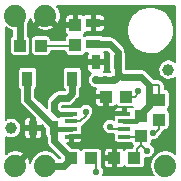
<source format=gbr>
G04 #@! TF.FileFunction,Copper,L1,Top,Signal*
%FSLAX46Y46*%
G04 Gerber Fmt 4.6, Leading zero omitted, Abs format (unit mm)*
G04 Created by KiCad (PCBNEW 4.0.6) date 07/21/17 14:00:03*
%MOMM*%
%LPD*%
G01*
G04 APERTURE LIST*
%ADD10C,0.100000*%
%ADD11R,1.198880X0.797560*%
%ADD12R,1.099820X0.398780*%
%ADD13R,0.797560X1.198880*%
%ADD14R,0.998220X0.998220*%
%ADD15C,0.998220*%
%ADD16R,0.899160X1.297940*%
%ADD17R,1.099820X0.998220*%
%ADD18R,0.998220X1.099820*%
%ADD19C,1.879600*%
%ADD20C,0.711200*%
%ADD21C,0.558800*%
%ADD22C,0.203200*%
%ADD23C,0.609600*%
%ADD24C,0.406400*%
G04 APERTURE END LIST*
D10*
D11*
X71374000Y-74813160D03*
X71374000Y-73014840D03*
D12*
X69507100Y-80688180D03*
X69507100Y-81338420D03*
X69507100Y-81983580D03*
X69507100Y-82633820D03*
X74002900Y-82633820D03*
X74002900Y-81983580D03*
X74002900Y-81338420D03*
X74002900Y-80688180D03*
D13*
X68072000Y-81915000D03*
X66273680Y-81915000D03*
X73416160Y-76327000D03*
X71617840Y-76327000D03*
D14*
X65163700Y-74930000D03*
X66916300Y-74930000D03*
D15*
X77724000Y-76962000D03*
X64389000Y-81915000D03*
D16*
X65791080Y-77724000D03*
X69590920Y-77724000D03*
D17*
X69509640Y-84455000D03*
X71206360Y-84455000D03*
X74127360Y-79248000D03*
X72430640Y-79248000D03*
D18*
X75438000Y-82595720D03*
X75438000Y-80899000D03*
D17*
X73152000Y-84455000D03*
X74848720Y-84455000D03*
D18*
X76962000Y-81198720D03*
X76962000Y-79502000D03*
X69850000Y-73192640D03*
X69850000Y-74889360D03*
D19*
X64770000Y-85090000D03*
X67310000Y-85090000D03*
X77470000Y-85090000D03*
X67310000Y-72390000D03*
X64770000Y-72390000D03*
D20*
X72110592Y-80772000D03*
X66802000Y-78867000D03*
X70485000Y-76073000D03*
X77851000Y-78105000D03*
X72136000Y-83058000D03*
X70993000Y-79375000D03*
X68199000Y-77470000D03*
X64262000Y-80264000D03*
X64389000Y-76200000D03*
X72771000Y-73533000D03*
X72771000Y-72009000D03*
D21*
X76454006Y-82296000D03*
D20*
X71628008Y-77851000D03*
X72389997Y-77850997D03*
X73152000Y-77851000D03*
D21*
X71628000Y-85598000D03*
X70739000Y-80518000D03*
X75946000Y-83820000D03*
X75184000Y-78740000D03*
X72771000Y-81787992D03*
D22*
X66916300Y-74930000D02*
X69809360Y-74930000D01*
X69809360Y-74930000D02*
X69850000Y-74889360D01*
X76617830Y-82296000D02*
X76454006Y-82296000D01*
X76962000Y-81198720D02*
X76962000Y-81951830D01*
X76962000Y-81951830D02*
X76617830Y-82296000D01*
D23*
X73416160Y-76327000D02*
X73416160Y-77226160D01*
X73787000Y-77597000D02*
X75438000Y-77597000D01*
X75438000Y-77597000D02*
X76073000Y-78232000D01*
X73416160Y-77226160D02*
X73787000Y-77597000D01*
X76073000Y-78232000D02*
X76073000Y-80010000D01*
D22*
X76962000Y-78359000D02*
X76835000Y-78232000D01*
X76835000Y-78232000D02*
X76073000Y-78232000D01*
X76962000Y-79502000D02*
X76962000Y-78359000D01*
D23*
X76073000Y-80010000D02*
X75438000Y-80645000D01*
X75438000Y-80645000D02*
X75438000Y-80899000D01*
X65163700Y-74930000D02*
X65163700Y-72783700D01*
X65163700Y-72783700D02*
X64770000Y-72390000D01*
X71628011Y-77850997D02*
X71628008Y-77851000D01*
X72389997Y-77850997D02*
X71628011Y-77850997D01*
X73152000Y-77851000D02*
X72390000Y-77851000D01*
X72390000Y-77851000D02*
X72389997Y-77850997D01*
X73416160Y-77586840D02*
X73152000Y-77851000D01*
X73416160Y-76327000D02*
X73416160Y-77586840D01*
X71374000Y-74813160D02*
X72781160Y-74813160D01*
X72781160Y-74813160D02*
X73416160Y-75448160D01*
X73416160Y-75448160D02*
X73416160Y-76327000D01*
X76835000Y-79502000D02*
X76962000Y-79502000D01*
D24*
X74002900Y-81338420D02*
X74998580Y-81338420D01*
D23*
X65791080Y-77724000D02*
X65791080Y-79519778D01*
X65791080Y-79519778D02*
X68059302Y-81788000D01*
X68059302Y-81788000D02*
X68072000Y-81788000D01*
X68072000Y-81788000D02*
X68072000Y-81915000D01*
D24*
X69507100Y-81983580D02*
X68140580Y-81983580D01*
X68140580Y-81983580D02*
X68072000Y-81915000D01*
D23*
X68072000Y-81915000D02*
X68072000Y-83017360D01*
X68072000Y-83017360D02*
X69509640Y-84455000D01*
X67310000Y-85090000D02*
X68874640Y-85090000D01*
X68874640Y-85090000D02*
X69509640Y-84455000D01*
D22*
X71628000Y-84876640D02*
X71206360Y-84455000D01*
X71628000Y-85598000D02*
X71628000Y-84876640D01*
X69507100Y-81338420D02*
X70260210Y-81338420D01*
X70260210Y-81338420D02*
X70739000Y-80859630D01*
X70739000Y-80859630D02*
X70739000Y-80518000D01*
X74848720Y-84455000D02*
X75057000Y-84246720D01*
X75057000Y-84246720D02*
X75057000Y-83693000D01*
X75057000Y-83693000D02*
X75438000Y-83312000D01*
X75438000Y-83312000D02*
X75438000Y-82595720D01*
X75438000Y-83348830D02*
X75909170Y-83820000D01*
X75909170Y-83820000D02*
X75946000Y-83820000D01*
X75438000Y-82595720D02*
X75438000Y-83348830D01*
X74002900Y-82633820D02*
X75399900Y-82633820D01*
X75399900Y-82633820D02*
X75438000Y-82595720D01*
D23*
X68072000Y-79756000D02*
X68072000Y-80391000D01*
X68072000Y-80391000D02*
X68369180Y-80688180D01*
D24*
X68369180Y-80688180D02*
X69507100Y-80688180D01*
D23*
X68453000Y-79375000D02*
X68072000Y-79756000D01*
X69198490Y-79375000D02*
X68453000Y-79375000D01*
X69590920Y-77724000D02*
X69590920Y-78982570D01*
X69590920Y-78982570D02*
X69198490Y-79375000D01*
D22*
X74127360Y-79248000D02*
X74880470Y-79248000D01*
X74880470Y-79248000D02*
X75184000Y-78944470D01*
X75184000Y-78944470D02*
X75184000Y-78740000D01*
X72966588Y-81983580D02*
X72771000Y-81787992D01*
X74002900Y-81983580D02*
X72966588Y-81983580D01*
G36*
X78309400Y-76338465D02*
X78271449Y-76300248D01*
X78132488Y-76206517D01*
X77977968Y-76141563D01*
X77813774Y-76107859D01*
X77646161Y-76106689D01*
X77481512Y-76138097D01*
X77326100Y-76200888D01*
X77185844Y-76292669D01*
X77066086Y-76409944D01*
X76971388Y-76548248D01*
X76905356Y-76702311D01*
X76870506Y-76866265D01*
X76868166Y-77033866D01*
X76898424Y-77198730D01*
X76960128Y-77354577D01*
X77050928Y-77495470D01*
X77167365Y-77616044D01*
X77305004Y-77711706D01*
X77458602Y-77778811D01*
X77622309Y-77814804D01*
X77789890Y-77818315D01*
X77954961Y-77789208D01*
X78111234Y-77728594D01*
X78252758Y-77638780D01*
X78309400Y-77584841D01*
X78309400Y-84096802D01*
X78299714Y-84087048D01*
X78089105Y-83944990D01*
X77854914Y-83846545D01*
X77606061Y-83795463D01*
X77352026Y-83793689D01*
X77102485Y-83841292D01*
X76866942Y-83936457D01*
X76654370Y-84075561D01*
X76472864Y-84253304D01*
X76329340Y-84462917D01*
X76229262Y-84696415D01*
X76176444Y-84944904D01*
X76172897Y-85198921D01*
X76218756Y-85448788D01*
X76312275Y-85684990D01*
X76449891Y-85898528D01*
X76479704Y-85929400D01*
X72171351Y-85929400D01*
X72182800Y-85913170D01*
X72233451Y-85799407D01*
X72261041Y-85677972D01*
X72263027Y-85535735D01*
X72238839Y-85413577D01*
X72191384Y-85298443D01*
X72122470Y-85194720D01*
X72085200Y-85157189D01*
X72085200Y-85085255D01*
X72099443Y-85053657D01*
X72113590Y-84954110D01*
X72113590Y-84696300D01*
X72246490Y-84696300D01*
X72246490Y-84989133D01*
X72260155Y-85057834D01*
X72286961Y-85122549D01*
X72325877Y-85180791D01*
X72375408Y-85230322D01*
X72433650Y-85269238D01*
X72498365Y-85296044D01*
X72567066Y-85309710D01*
X72910700Y-85309710D01*
X72999600Y-85220810D01*
X72999600Y-84607400D01*
X72335390Y-84607400D01*
X72246490Y-84696300D01*
X72113590Y-84696300D01*
X72113590Y-83955890D01*
X72110797Y-83920867D01*
X72246490Y-83920867D01*
X72246490Y-84213700D01*
X72335390Y-84302600D01*
X72999600Y-84302600D01*
X72999600Y-83689190D01*
X72910700Y-83600290D01*
X72567066Y-83600290D01*
X72498365Y-83613956D01*
X72433650Y-83640762D01*
X72375408Y-83679678D01*
X72325877Y-83729209D01*
X72286961Y-83787451D01*
X72260155Y-83852166D01*
X72246490Y-83920867D01*
X72110797Y-83920867D01*
X72109074Y-83899262D01*
X72079330Y-83803215D01*
X72024006Y-83719257D01*
X71947482Y-83654036D01*
X71855817Y-83612717D01*
X71756270Y-83598570D01*
X70656450Y-83598570D01*
X70599822Y-83603086D01*
X70503775Y-83632830D01*
X70419817Y-83688154D01*
X70356074Y-83762944D01*
X70327286Y-83719257D01*
X70250762Y-83654036D01*
X70159097Y-83612717D01*
X70059550Y-83598570D01*
X69587156Y-83598570D01*
X69177396Y-83188810D01*
X69265800Y-83188810D01*
X69354700Y-83099910D01*
X69354700Y-82733515D01*
X69659500Y-82733515D01*
X69659500Y-83099910D01*
X69748400Y-83188810D01*
X70092033Y-83188810D01*
X70160734Y-83175145D01*
X70225449Y-83148339D01*
X70283691Y-83109423D01*
X70333222Y-83059892D01*
X70372138Y-83001650D01*
X70398944Y-82936935D01*
X70412610Y-82868234D01*
X70412610Y-82822415D01*
X70323710Y-82733515D01*
X69659500Y-82733515D01*
X69354700Y-82733515D01*
X69334700Y-82733515D01*
X69334700Y-82542380D01*
X69507100Y-82542380D01*
X69528416Y-82540290D01*
X70057010Y-82540290D01*
X70113638Y-82535774D01*
X70118963Y-82534125D01*
X70323710Y-82534125D01*
X70412610Y-82445225D01*
X70412610Y-82399406D01*
X70398944Y-82330705D01*
X70389136Y-82307025D01*
X70400183Y-82282517D01*
X70414330Y-82182970D01*
X70414330Y-81784190D01*
X70413027Y-81767855D01*
X70430000Y-81762924D01*
X70432139Y-81761815D01*
X70434435Y-81761122D01*
X70471706Y-81741305D01*
X70509219Y-81721860D01*
X70511095Y-81720362D01*
X70513221Y-81719232D01*
X70545994Y-81692503D01*
X70578953Y-81666192D01*
X70582295Y-81662897D01*
X70582369Y-81662836D01*
X70582426Y-81662767D01*
X70583499Y-81661709D01*
X71062289Y-81182919D01*
X71089091Y-81150291D01*
X71116242Y-81117933D01*
X71117400Y-81115827D01*
X71118926Y-81113969D01*
X71138870Y-81076774D01*
X71159229Y-81039740D01*
X71159957Y-81037445D01*
X71161091Y-81035330D01*
X71173429Y-80994974D01*
X71179690Y-80975236D01*
X71222017Y-80934929D01*
X71293800Y-80833170D01*
X71344451Y-80719407D01*
X71372041Y-80597972D01*
X71374027Y-80455735D01*
X71373638Y-80453766D01*
X73097390Y-80453766D01*
X73097390Y-80499585D01*
X73186290Y-80588485D01*
X73850500Y-80588485D01*
X73850500Y-80222090D01*
X73761600Y-80133190D01*
X73417967Y-80133190D01*
X73349266Y-80146855D01*
X73284551Y-80173661D01*
X73226309Y-80212577D01*
X73176778Y-80262108D01*
X73137862Y-80320350D01*
X73111056Y-80385065D01*
X73097390Y-80453766D01*
X71373638Y-80453766D01*
X71349839Y-80333577D01*
X71302384Y-80218443D01*
X71233470Y-80114720D01*
X71145722Y-80026357D01*
X71042482Y-79956721D01*
X70927683Y-79908464D01*
X70805697Y-79883423D01*
X70681170Y-79882554D01*
X70558846Y-79905889D01*
X70443384Y-79952538D01*
X70339182Y-80020726D01*
X70250208Y-80107855D01*
X70208362Y-80168969D01*
X70156557Y-80145617D01*
X70057010Y-80131470D01*
X69533053Y-80131470D01*
X69514902Y-80129434D01*
X69507100Y-80129380D01*
X68744326Y-80129380D01*
X68732400Y-80117454D01*
X68732400Y-80035400D01*
X69198490Y-80035400D01*
X69259224Y-80029445D01*
X69319972Y-80024130D01*
X69323304Y-80023162D01*
X69326762Y-80022823D01*
X69385166Y-80005190D01*
X69443742Y-79988172D01*
X69446827Y-79986573D01*
X69450149Y-79985570D01*
X69503986Y-79956945D01*
X69558170Y-79928858D01*
X69560885Y-79926691D01*
X69563950Y-79925061D01*
X69611208Y-79886518D01*
X69658898Y-79848448D01*
X69663728Y-79843684D01*
X69663830Y-79843601D01*
X69663908Y-79843507D01*
X69665463Y-79841973D01*
X70018136Y-79489300D01*
X71525130Y-79489300D01*
X71525130Y-79782133D01*
X71538795Y-79850834D01*
X71565601Y-79915549D01*
X71604517Y-79973791D01*
X71654048Y-80023322D01*
X71712290Y-80062238D01*
X71777005Y-80089044D01*
X71845706Y-80102710D01*
X72189340Y-80102710D01*
X72278240Y-80013810D01*
X72278240Y-79400400D01*
X71614030Y-79400400D01*
X71525130Y-79489300D01*
X70018136Y-79489300D01*
X70057893Y-79449543D01*
X70096594Y-79402428D01*
X70135825Y-79355674D01*
X70137497Y-79352632D01*
X70139702Y-79349948D01*
X70168527Y-79296190D01*
X70197917Y-79242729D01*
X70198967Y-79239418D01*
X70200608Y-79236358D01*
X70218431Y-79178061D01*
X70236889Y-79119875D01*
X70237277Y-79116420D01*
X70238291Y-79113102D01*
X70244452Y-79052453D01*
X70251256Y-78991791D01*
X70251303Y-78985003D01*
X70251316Y-78984876D01*
X70251305Y-78984758D01*
X70251320Y-78982570D01*
X70251320Y-78657715D01*
X70277133Y-78640706D01*
X70342354Y-78564182D01*
X70383673Y-78472517D01*
X70397820Y-78372970D01*
X70397820Y-77075030D01*
X70393304Y-77018402D01*
X70363560Y-76922355D01*
X70308236Y-76838397D01*
X70231712Y-76773176D01*
X70140047Y-76731857D01*
X70040500Y-76717710D01*
X69141340Y-76717710D01*
X69084712Y-76722226D01*
X68988665Y-76751970D01*
X68904707Y-76807294D01*
X68839486Y-76883818D01*
X68798167Y-76975483D01*
X68784020Y-77075030D01*
X68784020Y-78372970D01*
X68788536Y-78429598D01*
X68818280Y-78525645D01*
X68873604Y-78609603D01*
X68930520Y-78658112D01*
X68930520Y-78709024D01*
X68924944Y-78714600D01*
X68453000Y-78714600D01*
X68392269Y-78720555D01*
X68331518Y-78725870D01*
X68328186Y-78726838D01*
X68324728Y-78727177D01*
X68266324Y-78744810D01*
X68207748Y-78761828D01*
X68204663Y-78763427D01*
X68201341Y-78764430D01*
X68147504Y-78793055D01*
X68093320Y-78821142D01*
X68090605Y-78823309D01*
X68087540Y-78824939D01*
X68040282Y-78863482D01*
X67992592Y-78901552D01*
X67987758Y-78906319D01*
X67987660Y-78906399D01*
X67987585Y-78906489D01*
X67986026Y-78908027D01*
X67605027Y-79289027D01*
X67566326Y-79336142D01*
X67527095Y-79382896D01*
X67525423Y-79385938D01*
X67523218Y-79388622D01*
X67494393Y-79442380D01*
X67465003Y-79495841D01*
X67463953Y-79499152D01*
X67462312Y-79502212D01*
X67444485Y-79560521D01*
X67426031Y-79618695D01*
X67425644Y-79622148D01*
X67424629Y-79625467D01*
X67418468Y-79686122D01*
X67411664Y-79746779D01*
X67411617Y-79753567D01*
X67411604Y-79753694D01*
X67411615Y-79753812D01*
X67411600Y-79756000D01*
X67411600Y-80206351D01*
X66451480Y-79246232D01*
X66451480Y-78657715D01*
X66477293Y-78640706D01*
X66542514Y-78564182D01*
X66583833Y-78472517D01*
X66597980Y-78372970D01*
X66597980Y-77075030D01*
X66593464Y-77018402D01*
X66563720Y-76922355D01*
X66508396Y-76838397D01*
X66431872Y-76773176D01*
X66340207Y-76731857D01*
X66240660Y-76717710D01*
X65341500Y-76717710D01*
X65284872Y-76722226D01*
X65188825Y-76751970D01*
X65104867Y-76807294D01*
X65039646Y-76883818D01*
X64998327Y-76975483D01*
X64984180Y-77075030D01*
X64984180Y-78372970D01*
X64988696Y-78429598D01*
X65018440Y-78525645D01*
X65073764Y-78609603D01*
X65130680Y-78658112D01*
X65130680Y-79519778D01*
X65136635Y-79580512D01*
X65141950Y-79641260D01*
X65142918Y-79644592D01*
X65143257Y-79648050D01*
X65160890Y-79706454D01*
X65177908Y-79765030D01*
X65179507Y-79768115D01*
X65180510Y-79771437D01*
X65209135Y-79825274D01*
X65237222Y-79879458D01*
X65239389Y-79882173D01*
X65241019Y-79885238D01*
X65279562Y-79932496D01*
X65317632Y-79980186D01*
X65322396Y-79985016D01*
X65322479Y-79985118D01*
X65322573Y-79985196D01*
X65324107Y-79986751D01*
X66426080Y-81088724D01*
X66426080Y-81762600D01*
X66939160Y-81762600D01*
X67019558Y-81682202D01*
X67315900Y-81978545D01*
X67315900Y-82514440D01*
X67320416Y-82571068D01*
X67350160Y-82667115D01*
X67405484Y-82751073D01*
X67411600Y-82756286D01*
X67411600Y-83017360D01*
X67417555Y-83078094D01*
X67422870Y-83138842D01*
X67423838Y-83142174D01*
X67424177Y-83145632D01*
X67441810Y-83204036D01*
X67458828Y-83262612D01*
X67460427Y-83265697D01*
X67461430Y-83269019D01*
X67490055Y-83322856D01*
X67518142Y-83377040D01*
X67520309Y-83379755D01*
X67521939Y-83382820D01*
X67560482Y-83430078D01*
X67598552Y-83477768D01*
X67603316Y-83482598D01*
X67603399Y-83482700D01*
X67603493Y-83482778D01*
X67605027Y-83484333D01*
X68550294Y-84429600D01*
X68426547Y-84429600D01*
X68318720Y-84267308D01*
X68139714Y-84087048D01*
X67929105Y-83944990D01*
X67694914Y-83846545D01*
X67446061Y-83795463D01*
X67192026Y-83793689D01*
X66942485Y-83841292D01*
X66706942Y-83936457D01*
X66494370Y-84075561D01*
X66312864Y-84253304D01*
X66169340Y-84462917D01*
X66069262Y-84696415D01*
X66040112Y-84833553D01*
X66022961Y-84737251D01*
X65930067Y-84499589D01*
X65905408Y-84453455D01*
X65728521Y-84347005D01*
X64985526Y-85090000D01*
X64999669Y-85104143D01*
X64784143Y-85319669D01*
X64770000Y-85305526D01*
X64755858Y-85319669D01*
X64540332Y-85104143D01*
X64554474Y-85090000D01*
X64540332Y-85075858D01*
X64755858Y-84860332D01*
X64770000Y-84874474D01*
X65512995Y-84131479D01*
X65406545Y-83954592D01*
X65172808Y-83852225D01*
X64923590Y-83797425D01*
X64668470Y-83792297D01*
X64417251Y-83837039D01*
X64179589Y-83929933D01*
X64133455Y-83954592D01*
X64027006Y-84131477D01*
X63957694Y-84062165D01*
X63930600Y-84089259D01*
X63930600Y-82637319D01*
X63970004Y-82664706D01*
X64123602Y-82731811D01*
X64287309Y-82767804D01*
X64454890Y-82771315D01*
X64619961Y-82742208D01*
X64776234Y-82681594D01*
X64917758Y-82591780D01*
X65039142Y-82476188D01*
X65135762Y-82339220D01*
X65203938Y-82186094D01*
X65210707Y-82156300D01*
X65519300Y-82156300D01*
X65519300Y-82549463D01*
X65532965Y-82618164D01*
X65559771Y-82682879D01*
X65598687Y-82741121D01*
X65648218Y-82790652D01*
X65706460Y-82829568D01*
X65771175Y-82856374D01*
X65839876Y-82870040D01*
X66032380Y-82870040D01*
X66121280Y-82781140D01*
X66121280Y-82067400D01*
X66426080Y-82067400D01*
X66426080Y-82781140D01*
X66514980Y-82870040D01*
X66707484Y-82870040D01*
X66776185Y-82856374D01*
X66840900Y-82829568D01*
X66899142Y-82790652D01*
X66948673Y-82741121D01*
X66987589Y-82682879D01*
X67014395Y-82618164D01*
X67028060Y-82549463D01*
X67028060Y-82156300D01*
X66939160Y-82067400D01*
X66426080Y-82067400D01*
X66121280Y-82067400D01*
X65608200Y-82067400D01*
X65519300Y-82156300D01*
X65210707Y-82156300D01*
X65241074Y-82022642D01*
X65243747Y-81831191D01*
X65211190Y-81666766D01*
X65147316Y-81511796D01*
X65054558Y-81372184D01*
X64963549Y-81280537D01*
X65519300Y-81280537D01*
X65519300Y-81673700D01*
X65608200Y-81762600D01*
X66121280Y-81762600D01*
X66121280Y-81048860D01*
X66032380Y-80959960D01*
X65839876Y-80959960D01*
X65771175Y-80973626D01*
X65706460Y-81000432D01*
X65648218Y-81039348D01*
X65598687Y-81088879D01*
X65559771Y-81147121D01*
X65532965Y-81211836D01*
X65519300Y-81280537D01*
X64963549Y-81280537D01*
X64936449Y-81253248D01*
X64797488Y-81159517D01*
X64642968Y-81094563D01*
X64478774Y-81060859D01*
X64311161Y-81059689D01*
X64146512Y-81091097D01*
X63991100Y-81153888D01*
X63930600Y-81193478D01*
X63930600Y-73384215D01*
X64134969Y-73526255D01*
X64367762Y-73627960D01*
X64503300Y-73657760D01*
X64503300Y-74113507D01*
X64427957Y-74163154D01*
X64362736Y-74239678D01*
X64321417Y-74331343D01*
X64307270Y-74430890D01*
X64307270Y-75429110D01*
X64311786Y-75485738D01*
X64341530Y-75581785D01*
X64396854Y-75665743D01*
X64473378Y-75730964D01*
X64565043Y-75772283D01*
X64664590Y-75786430D01*
X65662810Y-75786430D01*
X65719438Y-75781914D01*
X65815485Y-75752170D01*
X65899443Y-75696846D01*
X65964664Y-75620322D01*
X66005983Y-75528657D01*
X66020130Y-75429110D01*
X66020130Y-74430890D01*
X66059870Y-74430890D01*
X66059870Y-75429110D01*
X66064386Y-75485738D01*
X66094130Y-75581785D01*
X66149454Y-75665743D01*
X66225978Y-75730964D01*
X66317643Y-75772283D01*
X66417190Y-75786430D01*
X67415410Y-75786430D01*
X67472038Y-75781914D01*
X67568085Y-75752170D01*
X67652043Y-75696846D01*
X67717264Y-75620322D01*
X67758583Y-75528657D01*
X67772730Y-75429110D01*
X67772730Y-75387200D01*
X68993570Y-75387200D01*
X68993570Y-75439270D01*
X68998086Y-75495898D01*
X69027830Y-75591945D01*
X69083154Y-75675903D01*
X69159678Y-75741124D01*
X69251343Y-75782443D01*
X69350890Y-75796590D01*
X70349110Y-75796590D01*
X70405738Y-75792074D01*
X70501785Y-75762330D01*
X70585743Y-75707006D01*
X70650964Y-75630482D01*
X70684340Y-75556438D01*
X70774560Y-75569260D01*
X70899731Y-75569260D01*
X70877125Y-75623836D01*
X70863460Y-75692537D01*
X70863460Y-76085700D01*
X70952360Y-76174600D01*
X71465440Y-76174600D01*
X71465440Y-76154600D01*
X71770240Y-76154600D01*
X71770240Y-76174600D01*
X72283320Y-76174600D01*
X72372220Y-76085700D01*
X72372220Y-75692537D01*
X72358555Y-75623836D01*
X72331749Y-75559121D01*
X72292833Y-75500879D01*
X72265514Y-75473560D01*
X72507614Y-75473560D01*
X72672696Y-75638643D01*
X72660060Y-75727560D01*
X72660060Y-76926440D01*
X72664576Y-76983068D01*
X72694320Y-77079115D01*
X72749644Y-77163073D01*
X72755760Y-77168286D01*
X72755760Y-77190600D01*
X72654334Y-77190600D01*
X72601322Y-77168316D01*
X72464697Y-77140271D01*
X72325227Y-77139297D01*
X72298687Y-77144360D01*
X72331749Y-77094879D01*
X72358555Y-77030164D01*
X72372220Y-76961463D01*
X72372220Y-76568300D01*
X72283320Y-76479400D01*
X71770240Y-76479400D01*
X71770240Y-76499400D01*
X71465440Y-76499400D01*
X71465440Y-76479400D01*
X70952360Y-76479400D01*
X70863460Y-76568300D01*
X70863460Y-76961463D01*
X70877125Y-77030164D01*
X70903931Y-77094879D01*
X70942847Y-77153121D01*
X70992378Y-77202652D01*
X71050620Y-77241568D01*
X71115335Y-77268374D01*
X71184036Y-77282040D01*
X71198569Y-77282040D01*
X71180211Y-77294053D01*
X71080561Y-77391638D01*
X71001763Y-77506719D01*
X70946819Y-77634914D01*
X70917821Y-77771340D01*
X70915873Y-77910800D01*
X70941051Y-78047982D01*
X70992395Y-78177661D01*
X71067949Y-78294898D01*
X71164835Y-78395226D01*
X71279363Y-78474826D01*
X71407172Y-78530664D01*
X71543392Y-78560614D01*
X71578366Y-78561347D01*
X71565601Y-78580451D01*
X71538795Y-78645166D01*
X71525130Y-78713867D01*
X71525130Y-79006700D01*
X71614030Y-79095600D01*
X72278240Y-79095600D01*
X72278240Y-79075600D01*
X72583040Y-79075600D01*
X72583040Y-79095600D01*
X72603040Y-79095600D01*
X72603040Y-79400400D01*
X72583040Y-79400400D01*
X72583040Y-80013810D01*
X72671940Y-80102710D01*
X73015574Y-80102710D01*
X73084275Y-80089044D01*
X73148990Y-80062238D01*
X73207232Y-80023322D01*
X73256763Y-79973791D01*
X73280121Y-79938833D01*
X73309714Y-79983743D01*
X73386238Y-80048964D01*
X73477903Y-80090283D01*
X73577450Y-80104430D01*
X74677270Y-80104430D01*
X74682977Y-80103975D01*
X74647895Y-80145137D01*
X74587833Y-80133190D01*
X74244200Y-80133190D01*
X74155300Y-80222090D01*
X74155300Y-80588485D01*
X74175300Y-80588485D01*
X74175300Y-80779620D01*
X74002900Y-80779620D01*
X73981584Y-80781710D01*
X73452990Y-80781710D01*
X73396362Y-80786226D01*
X73391037Y-80787875D01*
X73186290Y-80787875D01*
X73097390Y-80876775D01*
X73097390Y-80922594D01*
X73111056Y-80991295D01*
X73120864Y-81014975D01*
X73109817Y-81039483D01*
X73095670Y-81139030D01*
X73095670Y-81241004D01*
X73074482Y-81226713D01*
X72959683Y-81178456D01*
X72837697Y-81153415D01*
X72713170Y-81152546D01*
X72590846Y-81175881D01*
X72475384Y-81222530D01*
X72371182Y-81290718D01*
X72282208Y-81377847D01*
X72211853Y-81480598D01*
X72162796Y-81595058D01*
X72136905Y-81716867D01*
X72135166Y-81841384D01*
X72157646Y-81963868D01*
X72203488Y-82079653D01*
X72270947Y-82184329D01*
X72357453Y-82273908D01*
X72459710Y-82344979D01*
X72573825Y-82394835D01*
X72695450Y-82421575D01*
X72819952Y-82424183D01*
X72839719Y-82420698D01*
X72871531Y-82430789D01*
X72873919Y-82431057D01*
X72876219Y-82431760D01*
X72918251Y-82436029D01*
X72960204Y-82440735D01*
X72964905Y-82440768D01*
X72964992Y-82440777D01*
X72965073Y-82440769D01*
X72966588Y-82440780D01*
X73095670Y-82440780D01*
X73095670Y-82833210D01*
X73100186Y-82889838D01*
X73129930Y-82985885D01*
X73185254Y-83069843D01*
X73261778Y-83135064D01*
X73353443Y-83176383D01*
X73452990Y-83190530D01*
X74552810Y-83190530D01*
X74584946Y-83187967D01*
X74586086Y-83202258D01*
X74615830Y-83298305D01*
X74671154Y-83382263D01*
X74701823Y-83408402D01*
X74679758Y-83434697D01*
X74678600Y-83436803D01*
X74677074Y-83438661D01*
X74657130Y-83475856D01*
X74636771Y-83512890D01*
X74636043Y-83515185D01*
X74634909Y-83517300D01*
X74622558Y-83557697D01*
X74609791Y-83597943D01*
X74609721Y-83598570D01*
X74298810Y-83598570D01*
X74242182Y-83603086D01*
X74146135Y-83632830D01*
X74062177Y-83688154D01*
X73999684Y-83761477D01*
X73978123Y-83729209D01*
X73928592Y-83679678D01*
X73870350Y-83640762D01*
X73805635Y-83613956D01*
X73736934Y-83600290D01*
X73393300Y-83600290D01*
X73304400Y-83689190D01*
X73304400Y-84302600D01*
X73324400Y-84302600D01*
X73324400Y-84607400D01*
X73304400Y-84607400D01*
X73304400Y-85220810D01*
X73393300Y-85309710D01*
X73736934Y-85309710D01*
X73805635Y-85296044D01*
X73870350Y-85269238D01*
X73928592Y-85230322D01*
X73978123Y-85180791D01*
X74001481Y-85145833D01*
X74031074Y-85190743D01*
X74107598Y-85255964D01*
X74199263Y-85297283D01*
X74298810Y-85311430D01*
X75398630Y-85311430D01*
X75455258Y-85306914D01*
X75551305Y-85277170D01*
X75635263Y-85221846D01*
X75700484Y-85145322D01*
X75741803Y-85053657D01*
X75755950Y-84954110D01*
X75755950Y-84428409D01*
X75870450Y-84453583D01*
X75994952Y-84456191D01*
X76117590Y-84434567D01*
X76233692Y-84389534D01*
X76338836Y-84322808D01*
X76429017Y-84236929D01*
X76500800Y-84135170D01*
X76551451Y-84021407D01*
X76579041Y-83899972D01*
X76581027Y-83757735D01*
X76556839Y-83635577D01*
X76509384Y-83520443D01*
X76440470Y-83416720D01*
X76352722Y-83328357D01*
X76268420Y-83271495D01*
X76280283Y-83245177D01*
X76294430Y-83145630D01*
X76294430Y-82911109D01*
X76378456Y-82929583D01*
X76502958Y-82932191D01*
X76625596Y-82910567D01*
X76741698Y-82865534D01*
X76846842Y-82798808D01*
X76937023Y-82712929D01*
X77008806Y-82611170D01*
X77056613Y-82503795D01*
X77285289Y-82275119D01*
X77312072Y-82242513D01*
X77339242Y-82210133D01*
X77340401Y-82208024D01*
X77341926Y-82206168D01*
X77361858Y-82168994D01*
X77382229Y-82131940D01*
X77382957Y-82129645D01*
X77384091Y-82127530D01*
X77390689Y-82105950D01*
X77461110Y-82105950D01*
X77517738Y-82101434D01*
X77613785Y-82071690D01*
X77697743Y-82016366D01*
X77762964Y-81939842D01*
X77804283Y-81848177D01*
X77818430Y-81748630D01*
X77818430Y-80648810D01*
X77813914Y-80592182D01*
X77784170Y-80496135D01*
X77728846Y-80412177D01*
X77654056Y-80348434D01*
X77697743Y-80319646D01*
X77762964Y-80243122D01*
X77804283Y-80151457D01*
X77818430Y-80051910D01*
X77818430Y-78952090D01*
X77813914Y-78895462D01*
X77784170Y-78799415D01*
X77728846Y-78715457D01*
X77652322Y-78650236D01*
X77560657Y-78608917D01*
X77461110Y-78594770D01*
X77419200Y-78594770D01*
X77419200Y-78359000D01*
X77415078Y-78316957D01*
X77411398Y-78274897D01*
X77410728Y-78272590D01*
X77410493Y-78270196D01*
X77398296Y-78229800D01*
X77386504Y-78189210D01*
X77385395Y-78187071D01*
X77384702Y-78184775D01*
X77364885Y-78147504D01*
X77345440Y-78109991D01*
X77343942Y-78108115D01*
X77342812Y-78105989D01*
X77316058Y-78073185D01*
X77289771Y-78040257D01*
X77286478Y-78036917D01*
X77286416Y-78036841D01*
X77286346Y-78036783D01*
X77285289Y-78035711D01*
X77158289Y-77908711D01*
X77125661Y-77881909D01*
X77093303Y-77854758D01*
X77091197Y-77853600D01*
X77089339Y-77852074D01*
X77052144Y-77832130D01*
X77015110Y-77811771D01*
X77012815Y-77811043D01*
X77010700Y-77809909D01*
X76970303Y-77797558D01*
X76930057Y-77784791D01*
X76927674Y-77784524D01*
X76925369Y-77783819D01*
X76883243Y-77779540D01*
X76841384Y-77774845D01*
X76836694Y-77774812D01*
X76836596Y-77774802D01*
X76836505Y-77774811D01*
X76835000Y-77774800D01*
X76549010Y-77774800D01*
X76546449Y-77771592D01*
X76541679Y-77766756D01*
X76541601Y-77766660D01*
X76541512Y-77766586D01*
X76539974Y-77765027D01*
X75904973Y-77130027D01*
X75857858Y-77091326D01*
X75811104Y-77052095D01*
X75808062Y-77050423D01*
X75805378Y-77048218D01*
X75751620Y-77019393D01*
X75698159Y-76990003D01*
X75694848Y-76988953D01*
X75691788Y-76987312D01*
X75633479Y-76969485D01*
X75575305Y-76951031D01*
X75571852Y-76950644D01*
X75568533Y-76949629D01*
X75507878Y-76943468D01*
X75447221Y-76936664D01*
X75440433Y-76936617D01*
X75440306Y-76936604D01*
X75440188Y-76936615D01*
X75438000Y-76936600D01*
X74170816Y-76936600D01*
X74172260Y-76926440D01*
X74172260Y-75727560D01*
X74167744Y-75670932D01*
X74138000Y-75574885D01*
X74082676Y-75490927D01*
X74076560Y-75485714D01*
X74076560Y-75448160D01*
X74070609Y-75387471D01*
X74065291Y-75326679D01*
X74064322Y-75323343D01*
X74063983Y-75319888D01*
X74046354Y-75261500D01*
X74029332Y-75202909D01*
X74027734Y-75199826D01*
X74026730Y-75196501D01*
X73998105Y-75142665D01*
X73970019Y-75088481D01*
X73967850Y-75085764D01*
X73966221Y-75082700D01*
X73927707Y-75035478D01*
X73889609Y-74987752D01*
X73884839Y-74982916D01*
X73884761Y-74982820D01*
X73884672Y-74982746D01*
X73883134Y-74981187D01*
X73248133Y-74346187D01*
X73201018Y-74307486D01*
X73154264Y-74268255D01*
X73151222Y-74266583D01*
X73148538Y-74264378D01*
X73094780Y-74235553D01*
X73041319Y-74206163D01*
X73038008Y-74205113D01*
X73034948Y-74203472D01*
X72976639Y-74185645D01*
X72918465Y-74167191D01*
X72915012Y-74166804D01*
X72911693Y-74165789D01*
X72851038Y-74159628D01*
X72790381Y-74152824D01*
X72783593Y-74152777D01*
X72783466Y-74152764D01*
X72783348Y-74152775D01*
X72781160Y-74152760D01*
X72211859Y-74152760D01*
X72164652Y-74112526D01*
X72072987Y-74071207D01*
X71973440Y-74057060D01*
X70774560Y-74057060D01*
X70717932Y-74061576D01*
X70621885Y-74091320D01*
X70611436Y-74098206D01*
X70543523Y-74040324D01*
X70575791Y-74018763D01*
X70625322Y-73969232D01*
X70664238Y-73910990D01*
X70691044Y-73846275D01*
X70694536Y-73828720D01*
X74190762Y-73828720D01*
X74261799Y-74215770D01*
X74406662Y-74581651D01*
X74619832Y-74912426D01*
X74893190Y-75195497D01*
X75216324Y-75420081D01*
X75576926Y-75577624D01*
X75961261Y-75662125D01*
X76354689Y-75670366D01*
X76742225Y-75602033D01*
X77109108Y-75459729D01*
X77441364Y-75248873D01*
X77726336Y-74977498D01*
X77953170Y-74655939D01*
X78113227Y-74296446D01*
X78200410Y-73912711D01*
X78206686Y-73463243D01*
X78130252Y-73077223D01*
X77980295Y-72713400D01*
X77762528Y-72385634D01*
X77485244Y-72106407D01*
X77159005Y-71886357D01*
X76796239Y-71733864D01*
X76410762Y-71654737D01*
X76017257Y-71651989D01*
X75630712Y-71725727D01*
X75265852Y-71873140D01*
X74936573Y-72088614D01*
X74655418Y-72363942D01*
X74433095Y-72688636D01*
X74278073Y-73050329D01*
X74196257Y-73435244D01*
X74190762Y-73828720D01*
X70694536Y-73828720D01*
X70704710Y-73777574D01*
X70704710Y-73762293D01*
X70739537Y-73769220D01*
X71132700Y-73769220D01*
X71221600Y-73680320D01*
X71221600Y-73167240D01*
X71526400Y-73167240D01*
X71526400Y-73680320D01*
X71615300Y-73769220D01*
X72008463Y-73769220D01*
X72077164Y-73755555D01*
X72141879Y-73728749D01*
X72200121Y-73689833D01*
X72249652Y-73640302D01*
X72288568Y-73582060D01*
X72315374Y-73517345D01*
X72329040Y-73448644D01*
X72329040Y-73256140D01*
X72240140Y-73167240D01*
X71526400Y-73167240D01*
X71221600Y-73167240D01*
X71201600Y-73167240D01*
X71201600Y-72862440D01*
X71221600Y-72862440D01*
X71221600Y-72349360D01*
X71526400Y-72349360D01*
X71526400Y-72862440D01*
X72240140Y-72862440D01*
X72329040Y-72773540D01*
X72329040Y-72581036D01*
X72315374Y-72512335D01*
X72288568Y-72447620D01*
X72249652Y-72389378D01*
X72200121Y-72339847D01*
X72141879Y-72300931D01*
X72077164Y-72274125D01*
X72008463Y-72260460D01*
X71615300Y-72260460D01*
X71526400Y-72349360D01*
X71221600Y-72349360D01*
X71132700Y-72260460D01*
X70739537Y-72260460D01*
X70670836Y-72274125D01*
X70606121Y-72300931D01*
X70547879Y-72339847D01*
X70543071Y-72344655D01*
X70517549Y-72327601D01*
X70452834Y-72300795D01*
X70384133Y-72287130D01*
X70091300Y-72287130D01*
X70002400Y-72376030D01*
X70002400Y-73040240D01*
X70022400Y-73040240D01*
X70022400Y-73345040D01*
X70002400Y-73345040D01*
X70002400Y-73365040D01*
X69697600Y-73365040D01*
X69697600Y-73345040D01*
X69084190Y-73345040D01*
X68995290Y-73433940D01*
X68995290Y-73777574D01*
X69008956Y-73846275D01*
X69035762Y-73910990D01*
X69074678Y-73969232D01*
X69124209Y-74018763D01*
X69159167Y-74042121D01*
X69114257Y-74071714D01*
X69049036Y-74148238D01*
X69007717Y-74239903D01*
X68993570Y-74339450D01*
X68993570Y-74472800D01*
X67772730Y-74472800D01*
X67772730Y-74430890D01*
X67768214Y-74374262D01*
X67738470Y-74278215D01*
X67683146Y-74194257D01*
X67606622Y-74129036D01*
X67514957Y-74087717D01*
X67415410Y-74073570D01*
X66417190Y-74073570D01*
X66360562Y-74078086D01*
X66264515Y-74107830D01*
X66180557Y-74163154D01*
X66115336Y-74239678D01*
X66074017Y-74331343D01*
X66059870Y-74430890D01*
X66020130Y-74430890D01*
X66015614Y-74374262D01*
X65985870Y-74278215D01*
X65930546Y-74194257D01*
X65854022Y-74129036D01*
X65824100Y-74115548D01*
X65824100Y-73348521D01*
X66567005Y-73348521D01*
X66673455Y-73525408D01*
X66907192Y-73627775D01*
X67156410Y-73682575D01*
X67411530Y-73687703D01*
X67662749Y-73642961D01*
X67900411Y-73550067D01*
X67946545Y-73525408D01*
X68052995Y-73348521D01*
X67310000Y-72605526D01*
X66567005Y-73348521D01*
X65824100Y-73348521D01*
X65824100Y-73143086D01*
X65901794Y-73032948D01*
X66005122Y-72800870D01*
X66040027Y-72647232D01*
X66057039Y-72742749D01*
X66149933Y-72980411D01*
X66174592Y-73026545D01*
X66351479Y-73132995D01*
X67094474Y-72390000D01*
X67080332Y-72375858D01*
X67295858Y-72160332D01*
X67310000Y-72174474D01*
X67324143Y-72160332D01*
X67539669Y-72375858D01*
X67525526Y-72390000D01*
X68268521Y-73132995D01*
X68445408Y-73026545D01*
X68547775Y-72792808D01*
X68588476Y-72607706D01*
X68995290Y-72607706D01*
X68995290Y-72951340D01*
X69084190Y-73040240D01*
X69697600Y-73040240D01*
X69697600Y-72376030D01*
X69608700Y-72287130D01*
X69315867Y-72287130D01*
X69247166Y-72300795D01*
X69182451Y-72327601D01*
X69124209Y-72366517D01*
X69074678Y-72416048D01*
X69035762Y-72474290D01*
X69008956Y-72539005D01*
X68995290Y-72607706D01*
X68588476Y-72607706D01*
X68602575Y-72543590D01*
X68607703Y-72288470D01*
X68562961Y-72037251D01*
X68470067Y-71799589D01*
X68445408Y-71753455D01*
X68268523Y-71647006D01*
X68337835Y-71577694D01*
X68310741Y-71550600D01*
X78309400Y-71550600D01*
X78309400Y-76338465D01*
X78309400Y-76338465D01*
G37*
X78309400Y-76338465D02*
X78271449Y-76300248D01*
X78132488Y-76206517D01*
X77977968Y-76141563D01*
X77813774Y-76107859D01*
X77646161Y-76106689D01*
X77481512Y-76138097D01*
X77326100Y-76200888D01*
X77185844Y-76292669D01*
X77066086Y-76409944D01*
X76971388Y-76548248D01*
X76905356Y-76702311D01*
X76870506Y-76866265D01*
X76868166Y-77033866D01*
X76898424Y-77198730D01*
X76960128Y-77354577D01*
X77050928Y-77495470D01*
X77167365Y-77616044D01*
X77305004Y-77711706D01*
X77458602Y-77778811D01*
X77622309Y-77814804D01*
X77789890Y-77818315D01*
X77954961Y-77789208D01*
X78111234Y-77728594D01*
X78252758Y-77638780D01*
X78309400Y-77584841D01*
X78309400Y-84096802D01*
X78299714Y-84087048D01*
X78089105Y-83944990D01*
X77854914Y-83846545D01*
X77606061Y-83795463D01*
X77352026Y-83793689D01*
X77102485Y-83841292D01*
X76866942Y-83936457D01*
X76654370Y-84075561D01*
X76472864Y-84253304D01*
X76329340Y-84462917D01*
X76229262Y-84696415D01*
X76176444Y-84944904D01*
X76172897Y-85198921D01*
X76218756Y-85448788D01*
X76312275Y-85684990D01*
X76449891Y-85898528D01*
X76479704Y-85929400D01*
X72171351Y-85929400D01*
X72182800Y-85913170D01*
X72233451Y-85799407D01*
X72261041Y-85677972D01*
X72263027Y-85535735D01*
X72238839Y-85413577D01*
X72191384Y-85298443D01*
X72122470Y-85194720D01*
X72085200Y-85157189D01*
X72085200Y-85085255D01*
X72099443Y-85053657D01*
X72113590Y-84954110D01*
X72113590Y-84696300D01*
X72246490Y-84696300D01*
X72246490Y-84989133D01*
X72260155Y-85057834D01*
X72286961Y-85122549D01*
X72325877Y-85180791D01*
X72375408Y-85230322D01*
X72433650Y-85269238D01*
X72498365Y-85296044D01*
X72567066Y-85309710D01*
X72910700Y-85309710D01*
X72999600Y-85220810D01*
X72999600Y-84607400D01*
X72335390Y-84607400D01*
X72246490Y-84696300D01*
X72113590Y-84696300D01*
X72113590Y-83955890D01*
X72110797Y-83920867D01*
X72246490Y-83920867D01*
X72246490Y-84213700D01*
X72335390Y-84302600D01*
X72999600Y-84302600D01*
X72999600Y-83689190D01*
X72910700Y-83600290D01*
X72567066Y-83600290D01*
X72498365Y-83613956D01*
X72433650Y-83640762D01*
X72375408Y-83679678D01*
X72325877Y-83729209D01*
X72286961Y-83787451D01*
X72260155Y-83852166D01*
X72246490Y-83920867D01*
X72110797Y-83920867D01*
X72109074Y-83899262D01*
X72079330Y-83803215D01*
X72024006Y-83719257D01*
X71947482Y-83654036D01*
X71855817Y-83612717D01*
X71756270Y-83598570D01*
X70656450Y-83598570D01*
X70599822Y-83603086D01*
X70503775Y-83632830D01*
X70419817Y-83688154D01*
X70356074Y-83762944D01*
X70327286Y-83719257D01*
X70250762Y-83654036D01*
X70159097Y-83612717D01*
X70059550Y-83598570D01*
X69587156Y-83598570D01*
X69177396Y-83188810D01*
X69265800Y-83188810D01*
X69354700Y-83099910D01*
X69354700Y-82733515D01*
X69659500Y-82733515D01*
X69659500Y-83099910D01*
X69748400Y-83188810D01*
X70092033Y-83188810D01*
X70160734Y-83175145D01*
X70225449Y-83148339D01*
X70283691Y-83109423D01*
X70333222Y-83059892D01*
X70372138Y-83001650D01*
X70398944Y-82936935D01*
X70412610Y-82868234D01*
X70412610Y-82822415D01*
X70323710Y-82733515D01*
X69659500Y-82733515D01*
X69354700Y-82733515D01*
X69334700Y-82733515D01*
X69334700Y-82542380D01*
X69507100Y-82542380D01*
X69528416Y-82540290D01*
X70057010Y-82540290D01*
X70113638Y-82535774D01*
X70118963Y-82534125D01*
X70323710Y-82534125D01*
X70412610Y-82445225D01*
X70412610Y-82399406D01*
X70398944Y-82330705D01*
X70389136Y-82307025D01*
X70400183Y-82282517D01*
X70414330Y-82182970D01*
X70414330Y-81784190D01*
X70413027Y-81767855D01*
X70430000Y-81762924D01*
X70432139Y-81761815D01*
X70434435Y-81761122D01*
X70471706Y-81741305D01*
X70509219Y-81721860D01*
X70511095Y-81720362D01*
X70513221Y-81719232D01*
X70545994Y-81692503D01*
X70578953Y-81666192D01*
X70582295Y-81662897D01*
X70582369Y-81662836D01*
X70582426Y-81662767D01*
X70583499Y-81661709D01*
X71062289Y-81182919D01*
X71089091Y-81150291D01*
X71116242Y-81117933D01*
X71117400Y-81115827D01*
X71118926Y-81113969D01*
X71138870Y-81076774D01*
X71159229Y-81039740D01*
X71159957Y-81037445D01*
X71161091Y-81035330D01*
X71173429Y-80994974D01*
X71179690Y-80975236D01*
X71222017Y-80934929D01*
X71293800Y-80833170D01*
X71344451Y-80719407D01*
X71372041Y-80597972D01*
X71374027Y-80455735D01*
X71373638Y-80453766D01*
X73097390Y-80453766D01*
X73097390Y-80499585D01*
X73186290Y-80588485D01*
X73850500Y-80588485D01*
X73850500Y-80222090D01*
X73761600Y-80133190D01*
X73417967Y-80133190D01*
X73349266Y-80146855D01*
X73284551Y-80173661D01*
X73226309Y-80212577D01*
X73176778Y-80262108D01*
X73137862Y-80320350D01*
X73111056Y-80385065D01*
X73097390Y-80453766D01*
X71373638Y-80453766D01*
X71349839Y-80333577D01*
X71302384Y-80218443D01*
X71233470Y-80114720D01*
X71145722Y-80026357D01*
X71042482Y-79956721D01*
X70927683Y-79908464D01*
X70805697Y-79883423D01*
X70681170Y-79882554D01*
X70558846Y-79905889D01*
X70443384Y-79952538D01*
X70339182Y-80020726D01*
X70250208Y-80107855D01*
X70208362Y-80168969D01*
X70156557Y-80145617D01*
X70057010Y-80131470D01*
X69533053Y-80131470D01*
X69514902Y-80129434D01*
X69507100Y-80129380D01*
X68744326Y-80129380D01*
X68732400Y-80117454D01*
X68732400Y-80035400D01*
X69198490Y-80035400D01*
X69259224Y-80029445D01*
X69319972Y-80024130D01*
X69323304Y-80023162D01*
X69326762Y-80022823D01*
X69385166Y-80005190D01*
X69443742Y-79988172D01*
X69446827Y-79986573D01*
X69450149Y-79985570D01*
X69503986Y-79956945D01*
X69558170Y-79928858D01*
X69560885Y-79926691D01*
X69563950Y-79925061D01*
X69611208Y-79886518D01*
X69658898Y-79848448D01*
X69663728Y-79843684D01*
X69663830Y-79843601D01*
X69663908Y-79843507D01*
X69665463Y-79841973D01*
X70018136Y-79489300D01*
X71525130Y-79489300D01*
X71525130Y-79782133D01*
X71538795Y-79850834D01*
X71565601Y-79915549D01*
X71604517Y-79973791D01*
X71654048Y-80023322D01*
X71712290Y-80062238D01*
X71777005Y-80089044D01*
X71845706Y-80102710D01*
X72189340Y-80102710D01*
X72278240Y-80013810D01*
X72278240Y-79400400D01*
X71614030Y-79400400D01*
X71525130Y-79489300D01*
X70018136Y-79489300D01*
X70057893Y-79449543D01*
X70096594Y-79402428D01*
X70135825Y-79355674D01*
X70137497Y-79352632D01*
X70139702Y-79349948D01*
X70168527Y-79296190D01*
X70197917Y-79242729D01*
X70198967Y-79239418D01*
X70200608Y-79236358D01*
X70218431Y-79178061D01*
X70236889Y-79119875D01*
X70237277Y-79116420D01*
X70238291Y-79113102D01*
X70244452Y-79052453D01*
X70251256Y-78991791D01*
X70251303Y-78985003D01*
X70251316Y-78984876D01*
X70251305Y-78984758D01*
X70251320Y-78982570D01*
X70251320Y-78657715D01*
X70277133Y-78640706D01*
X70342354Y-78564182D01*
X70383673Y-78472517D01*
X70397820Y-78372970D01*
X70397820Y-77075030D01*
X70393304Y-77018402D01*
X70363560Y-76922355D01*
X70308236Y-76838397D01*
X70231712Y-76773176D01*
X70140047Y-76731857D01*
X70040500Y-76717710D01*
X69141340Y-76717710D01*
X69084712Y-76722226D01*
X68988665Y-76751970D01*
X68904707Y-76807294D01*
X68839486Y-76883818D01*
X68798167Y-76975483D01*
X68784020Y-77075030D01*
X68784020Y-78372970D01*
X68788536Y-78429598D01*
X68818280Y-78525645D01*
X68873604Y-78609603D01*
X68930520Y-78658112D01*
X68930520Y-78709024D01*
X68924944Y-78714600D01*
X68453000Y-78714600D01*
X68392269Y-78720555D01*
X68331518Y-78725870D01*
X68328186Y-78726838D01*
X68324728Y-78727177D01*
X68266324Y-78744810D01*
X68207748Y-78761828D01*
X68204663Y-78763427D01*
X68201341Y-78764430D01*
X68147504Y-78793055D01*
X68093320Y-78821142D01*
X68090605Y-78823309D01*
X68087540Y-78824939D01*
X68040282Y-78863482D01*
X67992592Y-78901552D01*
X67987758Y-78906319D01*
X67987660Y-78906399D01*
X67987585Y-78906489D01*
X67986026Y-78908027D01*
X67605027Y-79289027D01*
X67566326Y-79336142D01*
X67527095Y-79382896D01*
X67525423Y-79385938D01*
X67523218Y-79388622D01*
X67494393Y-79442380D01*
X67465003Y-79495841D01*
X67463953Y-79499152D01*
X67462312Y-79502212D01*
X67444485Y-79560521D01*
X67426031Y-79618695D01*
X67425644Y-79622148D01*
X67424629Y-79625467D01*
X67418468Y-79686122D01*
X67411664Y-79746779D01*
X67411617Y-79753567D01*
X67411604Y-79753694D01*
X67411615Y-79753812D01*
X67411600Y-79756000D01*
X67411600Y-80206351D01*
X66451480Y-79246232D01*
X66451480Y-78657715D01*
X66477293Y-78640706D01*
X66542514Y-78564182D01*
X66583833Y-78472517D01*
X66597980Y-78372970D01*
X66597980Y-77075030D01*
X66593464Y-77018402D01*
X66563720Y-76922355D01*
X66508396Y-76838397D01*
X66431872Y-76773176D01*
X66340207Y-76731857D01*
X66240660Y-76717710D01*
X65341500Y-76717710D01*
X65284872Y-76722226D01*
X65188825Y-76751970D01*
X65104867Y-76807294D01*
X65039646Y-76883818D01*
X64998327Y-76975483D01*
X64984180Y-77075030D01*
X64984180Y-78372970D01*
X64988696Y-78429598D01*
X65018440Y-78525645D01*
X65073764Y-78609603D01*
X65130680Y-78658112D01*
X65130680Y-79519778D01*
X65136635Y-79580512D01*
X65141950Y-79641260D01*
X65142918Y-79644592D01*
X65143257Y-79648050D01*
X65160890Y-79706454D01*
X65177908Y-79765030D01*
X65179507Y-79768115D01*
X65180510Y-79771437D01*
X65209135Y-79825274D01*
X65237222Y-79879458D01*
X65239389Y-79882173D01*
X65241019Y-79885238D01*
X65279562Y-79932496D01*
X65317632Y-79980186D01*
X65322396Y-79985016D01*
X65322479Y-79985118D01*
X65322573Y-79985196D01*
X65324107Y-79986751D01*
X66426080Y-81088724D01*
X66426080Y-81762600D01*
X66939160Y-81762600D01*
X67019558Y-81682202D01*
X67315900Y-81978545D01*
X67315900Y-82514440D01*
X67320416Y-82571068D01*
X67350160Y-82667115D01*
X67405484Y-82751073D01*
X67411600Y-82756286D01*
X67411600Y-83017360D01*
X67417555Y-83078094D01*
X67422870Y-83138842D01*
X67423838Y-83142174D01*
X67424177Y-83145632D01*
X67441810Y-83204036D01*
X67458828Y-83262612D01*
X67460427Y-83265697D01*
X67461430Y-83269019D01*
X67490055Y-83322856D01*
X67518142Y-83377040D01*
X67520309Y-83379755D01*
X67521939Y-83382820D01*
X67560482Y-83430078D01*
X67598552Y-83477768D01*
X67603316Y-83482598D01*
X67603399Y-83482700D01*
X67603493Y-83482778D01*
X67605027Y-83484333D01*
X68550294Y-84429600D01*
X68426547Y-84429600D01*
X68318720Y-84267308D01*
X68139714Y-84087048D01*
X67929105Y-83944990D01*
X67694914Y-83846545D01*
X67446061Y-83795463D01*
X67192026Y-83793689D01*
X66942485Y-83841292D01*
X66706942Y-83936457D01*
X66494370Y-84075561D01*
X66312864Y-84253304D01*
X66169340Y-84462917D01*
X66069262Y-84696415D01*
X66040112Y-84833553D01*
X66022961Y-84737251D01*
X65930067Y-84499589D01*
X65905408Y-84453455D01*
X65728521Y-84347005D01*
X64985526Y-85090000D01*
X64999669Y-85104143D01*
X64784143Y-85319669D01*
X64770000Y-85305526D01*
X64755858Y-85319669D01*
X64540332Y-85104143D01*
X64554474Y-85090000D01*
X64540332Y-85075858D01*
X64755858Y-84860332D01*
X64770000Y-84874474D01*
X65512995Y-84131479D01*
X65406545Y-83954592D01*
X65172808Y-83852225D01*
X64923590Y-83797425D01*
X64668470Y-83792297D01*
X64417251Y-83837039D01*
X64179589Y-83929933D01*
X64133455Y-83954592D01*
X64027006Y-84131477D01*
X63957694Y-84062165D01*
X63930600Y-84089259D01*
X63930600Y-82637319D01*
X63970004Y-82664706D01*
X64123602Y-82731811D01*
X64287309Y-82767804D01*
X64454890Y-82771315D01*
X64619961Y-82742208D01*
X64776234Y-82681594D01*
X64917758Y-82591780D01*
X65039142Y-82476188D01*
X65135762Y-82339220D01*
X65203938Y-82186094D01*
X65210707Y-82156300D01*
X65519300Y-82156300D01*
X65519300Y-82549463D01*
X65532965Y-82618164D01*
X65559771Y-82682879D01*
X65598687Y-82741121D01*
X65648218Y-82790652D01*
X65706460Y-82829568D01*
X65771175Y-82856374D01*
X65839876Y-82870040D01*
X66032380Y-82870040D01*
X66121280Y-82781140D01*
X66121280Y-82067400D01*
X66426080Y-82067400D01*
X66426080Y-82781140D01*
X66514980Y-82870040D01*
X66707484Y-82870040D01*
X66776185Y-82856374D01*
X66840900Y-82829568D01*
X66899142Y-82790652D01*
X66948673Y-82741121D01*
X66987589Y-82682879D01*
X67014395Y-82618164D01*
X67028060Y-82549463D01*
X67028060Y-82156300D01*
X66939160Y-82067400D01*
X66426080Y-82067400D01*
X66121280Y-82067400D01*
X65608200Y-82067400D01*
X65519300Y-82156300D01*
X65210707Y-82156300D01*
X65241074Y-82022642D01*
X65243747Y-81831191D01*
X65211190Y-81666766D01*
X65147316Y-81511796D01*
X65054558Y-81372184D01*
X64963549Y-81280537D01*
X65519300Y-81280537D01*
X65519300Y-81673700D01*
X65608200Y-81762600D01*
X66121280Y-81762600D01*
X66121280Y-81048860D01*
X66032380Y-80959960D01*
X65839876Y-80959960D01*
X65771175Y-80973626D01*
X65706460Y-81000432D01*
X65648218Y-81039348D01*
X65598687Y-81088879D01*
X65559771Y-81147121D01*
X65532965Y-81211836D01*
X65519300Y-81280537D01*
X64963549Y-81280537D01*
X64936449Y-81253248D01*
X64797488Y-81159517D01*
X64642968Y-81094563D01*
X64478774Y-81060859D01*
X64311161Y-81059689D01*
X64146512Y-81091097D01*
X63991100Y-81153888D01*
X63930600Y-81193478D01*
X63930600Y-73384215D01*
X64134969Y-73526255D01*
X64367762Y-73627960D01*
X64503300Y-73657760D01*
X64503300Y-74113507D01*
X64427957Y-74163154D01*
X64362736Y-74239678D01*
X64321417Y-74331343D01*
X64307270Y-74430890D01*
X64307270Y-75429110D01*
X64311786Y-75485738D01*
X64341530Y-75581785D01*
X64396854Y-75665743D01*
X64473378Y-75730964D01*
X64565043Y-75772283D01*
X64664590Y-75786430D01*
X65662810Y-75786430D01*
X65719438Y-75781914D01*
X65815485Y-75752170D01*
X65899443Y-75696846D01*
X65964664Y-75620322D01*
X66005983Y-75528657D01*
X66020130Y-75429110D01*
X66020130Y-74430890D01*
X66059870Y-74430890D01*
X66059870Y-75429110D01*
X66064386Y-75485738D01*
X66094130Y-75581785D01*
X66149454Y-75665743D01*
X66225978Y-75730964D01*
X66317643Y-75772283D01*
X66417190Y-75786430D01*
X67415410Y-75786430D01*
X67472038Y-75781914D01*
X67568085Y-75752170D01*
X67652043Y-75696846D01*
X67717264Y-75620322D01*
X67758583Y-75528657D01*
X67772730Y-75429110D01*
X67772730Y-75387200D01*
X68993570Y-75387200D01*
X68993570Y-75439270D01*
X68998086Y-75495898D01*
X69027830Y-75591945D01*
X69083154Y-75675903D01*
X69159678Y-75741124D01*
X69251343Y-75782443D01*
X69350890Y-75796590D01*
X70349110Y-75796590D01*
X70405738Y-75792074D01*
X70501785Y-75762330D01*
X70585743Y-75707006D01*
X70650964Y-75630482D01*
X70684340Y-75556438D01*
X70774560Y-75569260D01*
X70899731Y-75569260D01*
X70877125Y-75623836D01*
X70863460Y-75692537D01*
X70863460Y-76085700D01*
X70952360Y-76174600D01*
X71465440Y-76174600D01*
X71465440Y-76154600D01*
X71770240Y-76154600D01*
X71770240Y-76174600D01*
X72283320Y-76174600D01*
X72372220Y-76085700D01*
X72372220Y-75692537D01*
X72358555Y-75623836D01*
X72331749Y-75559121D01*
X72292833Y-75500879D01*
X72265514Y-75473560D01*
X72507614Y-75473560D01*
X72672696Y-75638643D01*
X72660060Y-75727560D01*
X72660060Y-76926440D01*
X72664576Y-76983068D01*
X72694320Y-77079115D01*
X72749644Y-77163073D01*
X72755760Y-77168286D01*
X72755760Y-77190600D01*
X72654334Y-77190600D01*
X72601322Y-77168316D01*
X72464697Y-77140271D01*
X72325227Y-77139297D01*
X72298687Y-77144360D01*
X72331749Y-77094879D01*
X72358555Y-77030164D01*
X72372220Y-76961463D01*
X72372220Y-76568300D01*
X72283320Y-76479400D01*
X71770240Y-76479400D01*
X71770240Y-76499400D01*
X71465440Y-76499400D01*
X71465440Y-76479400D01*
X70952360Y-76479400D01*
X70863460Y-76568300D01*
X70863460Y-76961463D01*
X70877125Y-77030164D01*
X70903931Y-77094879D01*
X70942847Y-77153121D01*
X70992378Y-77202652D01*
X71050620Y-77241568D01*
X71115335Y-77268374D01*
X71184036Y-77282040D01*
X71198569Y-77282040D01*
X71180211Y-77294053D01*
X71080561Y-77391638D01*
X71001763Y-77506719D01*
X70946819Y-77634914D01*
X70917821Y-77771340D01*
X70915873Y-77910800D01*
X70941051Y-78047982D01*
X70992395Y-78177661D01*
X71067949Y-78294898D01*
X71164835Y-78395226D01*
X71279363Y-78474826D01*
X71407172Y-78530664D01*
X71543392Y-78560614D01*
X71578366Y-78561347D01*
X71565601Y-78580451D01*
X71538795Y-78645166D01*
X71525130Y-78713867D01*
X71525130Y-79006700D01*
X71614030Y-79095600D01*
X72278240Y-79095600D01*
X72278240Y-79075600D01*
X72583040Y-79075600D01*
X72583040Y-79095600D01*
X72603040Y-79095600D01*
X72603040Y-79400400D01*
X72583040Y-79400400D01*
X72583040Y-80013810D01*
X72671940Y-80102710D01*
X73015574Y-80102710D01*
X73084275Y-80089044D01*
X73148990Y-80062238D01*
X73207232Y-80023322D01*
X73256763Y-79973791D01*
X73280121Y-79938833D01*
X73309714Y-79983743D01*
X73386238Y-80048964D01*
X73477903Y-80090283D01*
X73577450Y-80104430D01*
X74677270Y-80104430D01*
X74682977Y-80103975D01*
X74647895Y-80145137D01*
X74587833Y-80133190D01*
X74244200Y-80133190D01*
X74155300Y-80222090D01*
X74155300Y-80588485D01*
X74175300Y-80588485D01*
X74175300Y-80779620D01*
X74002900Y-80779620D01*
X73981584Y-80781710D01*
X73452990Y-80781710D01*
X73396362Y-80786226D01*
X73391037Y-80787875D01*
X73186290Y-80787875D01*
X73097390Y-80876775D01*
X73097390Y-80922594D01*
X73111056Y-80991295D01*
X73120864Y-81014975D01*
X73109817Y-81039483D01*
X73095670Y-81139030D01*
X73095670Y-81241004D01*
X73074482Y-81226713D01*
X72959683Y-81178456D01*
X72837697Y-81153415D01*
X72713170Y-81152546D01*
X72590846Y-81175881D01*
X72475384Y-81222530D01*
X72371182Y-81290718D01*
X72282208Y-81377847D01*
X72211853Y-81480598D01*
X72162796Y-81595058D01*
X72136905Y-81716867D01*
X72135166Y-81841384D01*
X72157646Y-81963868D01*
X72203488Y-82079653D01*
X72270947Y-82184329D01*
X72357453Y-82273908D01*
X72459710Y-82344979D01*
X72573825Y-82394835D01*
X72695450Y-82421575D01*
X72819952Y-82424183D01*
X72839719Y-82420698D01*
X72871531Y-82430789D01*
X72873919Y-82431057D01*
X72876219Y-82431760D01*
X72918251Y-82436029D01*
X72960204Y-82440735D01*
X72964905Y-82440768D01*
X72964992Y-82440777D01*
X72965073Y-82440769D01*
X72966588Y-82440780D01*
X73095670Y-82440780D01*
X73095670Y-82833210D01*
X73100186Y-82889838D01*
X73129930Y-82985885D01*
X73185254Y-83069843D01*
X73261778Y-83135064D01*
X73353443Y-83176383D01*
X73452990Y-83190530D01*
X74552810Y-83190530D01*
X74584946Y-83187967D01*
X74586086Y-83202258D01*
X74615830Y-83298305D01*
X74671154Y-83382263D01*
X74701823Y-83408402D01*
X74679758Y-83434697D01*
X74678600Y-83436803D01*
X74677074Y-83438661D01*
X74657130Y-83475856D01*
X74636771Y-83512890D01*
X74636043Y-83515185D01*
X74634909Y-83517300D01*
X74622558Y-83557697D01*
X74609791Y-83597943D01*
X74609721Y-83598570D01*
X74298810Y-83598570D01*
X74242182Y-83603086D01*
X74146135Y-83632830D01*
X74062177Y-83688154D01*
X73999684Y-83761477D01*
X73978123Y-83729209D01*
X73928592Y-83679678D01*
X73870350Y-83640762D01*
X73805635Y-83613956D01*
X73736934Y-83600290D01*
X73393300Y-83600290D01*
X73304400Y-83689190D01*
X73304400Y-84302600D01*
X73324400Y-84302600D01*
X73324400Y-84607400D01*
X73304400Y-84607400D01*
X73304400Y-85220810D01*
X73393300Y-85309710D01*
X73736934Y-85309710D01*
X73805635Y-85296044D01*
X73870350Y-85269238D01*
X73928592Y-85230322D01*
X73978123Y-85180791D01*
X74001481Y-85145833D01*
X74031074Y-85190743D01*
X74107598Y-85255964D01*
X74199263Y-85297283D01*
X74298810Y-85311430D01*
X75398630Y-85311430D01*
X75455258Y-85306914D01*
X75551305Y-85277170D01*
X75635263Y-85221846D01*
X75700484Y-85145322D01*
X75741803Y-85053657D01*
X75755950Y-84954110D01*
X75755950Y-84428409D01*
X75870450Y-84453583D01*
X75994952Y-84456191D01*
X76117590Y-84434567D01*
X76233692Y-84389534D01*
X76338836Y-84322808D01*
X76429017Y-84236929D01*
X76500800Y-84135170D01*
X76551451Y-84021407D01*
X76579041Y-83899972D01*
X76581027Y-83757735D01*
X76556839Y-83635577D01*
X76509384Y-83520443D01*
X76440470Y-83416720D01*
X76352722Y-83328357D01*
X76268420Y-83271495D01*
X76280283Y-83245177D01*
X76294430Y-83145630D01*
X76294430Y-82911109D01*
X76378456Y-82929583D01*
X76502958Y-82932191D01*
X76625596Y-82910567D01*
X76741698Y-82865534D01*
X76846842Y-82798808D01*
X76937023Y-82712929D01*
X77008806Y-82611170D01*
X77056613Y-82503795D01*
X77285289Y-82275119D01*
X77312072Y-82242513D01*
X77339242Y-82210133D01*
X77340401Y-82208024D01*
X77341926Y-82206168D01*
X77361858Y-82168994D01*
X77382229Y-82131940D01*
X77382957Y-82129645D01*
X77384091Y-82127530D01*
X77390689Y-82105950D01*
X77461110Y-82105950D01*
X77517738Y-82101434D01*
X77613785Y-82071690D01*
X77697743Y-82016366D01*
X77762964Y-81939842D01*
X77804283Y-81848177D01*
X77818430Y-81748630D01*
X77818430Y-80648810D01*
X77813914Y-80592182D01*
X77784170Y-80496135D01*
X77728846Y-80412177D01*
X77654056Y-80348434D01*
X77697743Y-80319646D01*
X77762964Y-80243122D01*
X77804283Y-80151457D01*
X77818430Y-80051910D01*
X77818430Y-78952090D01*
X77813914Y-78895462D01*
X77784170Y-78799415D01*
X77728846Y-78715457D01*
X77652322Y-78650236D01*
X77560657Y-78608917D01*
X77461110Y-78594770D01*
X77419200Y-78594770D01*
X77419200Y-78359000D01*
X77415078Y-78316957D01*
X77411398Y-78274897D01*
X77410728Y-78272590D01*
X77410493Y-78270196D01*
X77398296Y-78229800D01*
X77386504Y-78189210D01*
X77385395Y-78187071D01*
X77384702Y-78184775D01*
X77364885Y-78147504D01*
X77345440Y-78109991D01*
X77343942Y-78108115D01*
X77342812Y-78105989D01*
X77316058Y-78073185D01*
X77289771Y-78040257D01*
X77286478Y-78036917D01*
X77286416Y-78036841D01*
X77286346Y-78036783D01*
X77285289Y-78035711D01*
X77158289Y-77908711D01*
X77125661Y-77881909D01*
X77093303Y-77854758D01*
X77091197Y-77853600D01*
X77089339Y-77852074D01*
X77052144Y-77832130D01*
X77015110Y-77811771D01*
X77012815Y-77811043D01*
X77010700Y-77809909D01*
X76970303Y-77797558D01*
X76930057Y-77784791D01*
X76927674Y-77784524D01*
X76925369Y-77783819D01*
X76883243Y-77779540D01*
X76841384Y-77774845D01*
X76836694Y-77774812D01*
X76836596Y-77774802D01*
X76836505Y-77774811D01*
X76835000Y-77774800D01*
X76549010Y-77774800D01*
X76546449Y-77771592D01*
X76541679Y-77766756D01*
X76541601Y-77766660D01*
X76541512Y-77766586D01*
X76539974Y-77765027D01*
X75904973Y-77130027D01*
X75857858Y-77091326D01*
X75811104Y-77052095D01*
X75808062Y-77050423D01*
X75805378Y-77048218D01*
X75751620Y-77019393D01*
X75698159Y-76990003D01*
X75694848Y-76988953D01*
X75691788Y-76987312D01*
X75633479Y-76969485D01*
X75575305Y-76951031D01*
X75571852Y-76950644D01*
X75568533Y-76949629D01*
X75507878Y-76943468D01*
X75447221Y-76936664D01*
X75440433Y-76936617D01*
X75440306Y-76936604D01*
X75440188Y-76936615D01*
X75438000Y-76936600D01*
X74170816Y-76936600D01*
X74172260Y-76926440D01*
X74172260Y-75727560D01*
X74167744Y-75670932D01*
X74138000Y-75574885D01*
X74082676Y-75490927D01*
X74076560Y-75485714D01*
X74076560Y-75448160D01*
X74070609Y-75387471D01*
X74065291Y-75326679D01*
X74064322Y-75323343D01*
X74063983Y-75319888D01*
X74046354Y-75261500D01*
X74029332Y-75202909D01*
X74027734Y-75199826D01*
X74026730Y-75196501D01*
X73998105Y-75142665D01*
X73970019Y-75088481D01*
X73967850Y-75085764D01*
X73966221Y-75082700D01*
X73927707Y-75035478D01*
X73889609Y-74987752D01*
X73884839Y-74982916D01*
X73884761Y-74982820D01*
X73884672Y-74982746D01*
X73883134Y-74981187D01*
X73248133Y-74346187D01*
X73201018Y-74307486D01*
X73154264Y-74268255D01*
X73151222Y-74266583D01*
X73148538Y-74264378D01*
X73094780Y-74235553D01*
X73041319Y-74206163D01*
X73038008Y-74205113D01*
X73034948Y-74203472D01*
X72976639Y-74185645D01*
X72918465Y-74167191D01*
X72915012Y-74166804D01*
X72911693Y-74165789D01*
X72851038Y-74159628D01*
X72790381Y-74152824D01*
X72783593Y-74152777D01*
X72783466Y-74152764D01*
X72783348Y-74152775D01*
X72781160Y-74152760D01*
X72211859Y-74152760D01*
X72164652Y-74112526D01*
X72072987Y-74071207D01*
X71973440Y-74057060D01*
X70774560Y-74057060D01*
X70717932Y-74061576D01*
X70621885Y-74091320D01*
X70611436Y-74098206D01*
X70543523Y-74040324D01*
X70575791Y-74018763D01*
X70625322Y-73969232D01*
X70664238Y-73910990D01*
X70691044Y-73846275D01*
X70694536Y-73828720D01*
X74190762Y-73828720D01*
X74261799Y-74215770D01*
X74406662Y-74581651D01*
X74619832Y-74912426D01*
X74893190Y-75195497D01*
X75216324Y-75420081D01*
X75576926Y-75577624D01*
X75961261Y-75662125D01*
X76354689Y-75670366D01*
X76742225Y-75602033D01*
X77109108Y-75459729D01*
X77441364Y-75248873D01*
X77726336Y-74977498D01*
X77953170Y-74655939D01*
X78113227Y-74296446D01*
X78200410Y-73912711D01*
X78206686Y-73463243D01*
X78130252Y-73077223D01*
X77980295Y-72713400D01*
X77762528Y-72385634D01*
X77485244Y-72106407D01*
X77159005Y-71886357D01*
X76796239Y-71733864D01*
X76410762Y-71654737D01*
X76017257Y-71651989D01*
X75630712Y-71725727D01*
X75265852Y-71873140D01*
X74936573Y-72088614D01*
X74655418Y-72363942D01*
X74433095Y-72688636D01*
X74278073Y-73050329D01*
X74196257Y-73435244D01*
X74190762Y-73828720D01*
X70694536Y-73828720D01*
X70704710Y-73777574D01*
X70704710Y-73762293D01*
X70739537Y-73769220D01*
X71132700Y-73769220D01*
X71221600Y-73680320D01*
X71221600Y-73167240D01*
X71526400Y-73167240D01*
X71526400Y-73680320D01*
X71615300Y-73769220D01*
X72008463Y-73769220D01*
X72077164Y-73755555D01*
X72141879Y-73728749D01*
X72200121Y-73689833D01*
X72249652Y-73640302D01*
X72288568Y-73582060D01*
X72315374Y-73517345D01*
X72329040Y-73448644D01*
X72329040Y-73256140D01*
X72240140Y-73167240D01*
X71526400Y-73167240D01*
X71221600Y-73167240D01*
X71201600Y-73167240D01*
X71201600Y-72862440D01*
X71221600Y-72862440D01*
X71221600Y-72349360D01*
X71526400Y-72349360D01*
X71526400Y-72862440D01*
X72240140Y-72862440D01*
X72329040Y-72773540D01*
X72329040Y-72581036D01*
X72315374Y-72512335D01*
X72288568Y-72447620D01*
X72249652Y-72389378D01*
X72200121Y-72339847D01*
X72141879Y-72300931D01*
X72077164Y-72274125D01*
X72008463Y-72260460D01*
X71615300Y-72260460D01*
X71526400Y-72349360D01*
X71221600Y-72349360D01*
X71132700Y-72260460D01*
X70739537Y-72260460D01*
X70670836Y-72274125D01*
X70606121Y-72300931D01*
X70547879Y-72339847D01*
X70543071Y-72344655D01*
X70517549Y-72327601D01*
X70452834Y-72300795D01*
X70384133Y-72287130D01*
X70091300Y-72287130D01*
X70002400Y-72376030D01*
X70002400Y-73040240D01*
X70022400Y-73040240D01*
X70022400Y-73345040D01*
X70002400Y-73345040D01*
X70002400Y-73365040D01*
X69697600Y-73365040D01*
X69697600Y-73345040D01*
X69084190Y-73345040D01*
X68995290Y-73433940D01*
X68995290Y-73777574D01*
X69008956Y-73846275D01*
X69035762Y-73910990D01*
X69074678Y-73969232D01*
X69124209Y-74018763D01*
X69159167Y-74042121D01*
X69114257Y-74071714D01*
X69049036Y-74148238D01*
X69007717Y-74239903D01*
X68993570Y-74339450D01*
X68993570Y-74472800D01*
X67772730Y-74472800D01*
X67772730Y-74430890D01*
X67768214Y-74374262D01*
X67738470Y-74278215D01*
X67683146Y-74194257D01*
X67606622Y-74129036D01*
X67514957Y-74087717D01*
X67415410Y-74073570D01*
X66417190Y-74073570D01*
X66360562Y-74078086D01*
X66264515Y-74107830D01*
X66180557Y-74163154D01*
X66115336Y-74239678D01*
X66074017Y-74331343D01*
X66059870Y-74430890D01*
X66020130Y-74430890D01*
X66015614Y-74374262D01*
X65985870Y-74278215D01*
X65930546Y-74194257D01*
X65854022Y-74129036D01*
X65824100Y-74115548D01*
X65824100Y-73348521D01*
X66567005Y-73348521D01*
X66673455Y-73525408D01*
X66907192Y-73627775D01*
X67156410Y-73682575D01*
X67411530Y-73687703D01*
X67662749Y-73642961D01*
X67900411Y-73550067D01*
X67946545Y-73525408D01*
X68052995Y-73348521D01*
X67310000Y-72605526D01*
X66567005Y-73348521D01*
X65824100Y-73348521D01*
X65824100Y-73143086D01*
X65901794Y-73032948D01*
X66005122Y-72800870D01*
X66040027Y-72647232D01*
X66057039Y-72742749D01*
X66149933Y-72980411D01*
X66174592Y-73026545D01*
X66351479Y-73132995D01*
X67094474Y-72390000D01*
X67080332Y-72375858D01*
X67295858Y-72160332D01*
X67310000Y-72174474D01*
X67324143Y-72160332D01*
X67539669Y-72375858D01*
X67525526Y-72390000D01*
X68268521Y-73132995D01*
X68445408Y-73026545D01*
X68547775Y-72792808D01*
X68588476Y-72607706D01*
X68995290Y-72607706D01*
X68995290Y-72951340D01*
X69084190Y-73040240D01*
X69697600Y-73040240D01*
X69697600Y-72376030D01*
X69608700Y-72287130D01*
X69315867Y-72287130D01*
X69247166Y-72300795D01*
X69182451Y-72327601D01*
X69124209Y-72366517D01*
X69074678Y-72416048D01*
X69035762Y-72474290D01*
X69008956Y-72539005D01*
X68995290Y-72607706D01*
X68588476Y-72607706D01*
X68602575Y-72543590D01*
X68607703Y-72288470D01*
X68562961Y-72037251D01*
X68470067Y-71799589D01*
X68445408Y-71753455D01*
X68268523Y-71647006D01*
X68337835Y-71577694D01*
X68310741Y-71550600D01*
X78309400Y-71550600D01*
X78309400Y-76338465D01*
M02*

</source>
